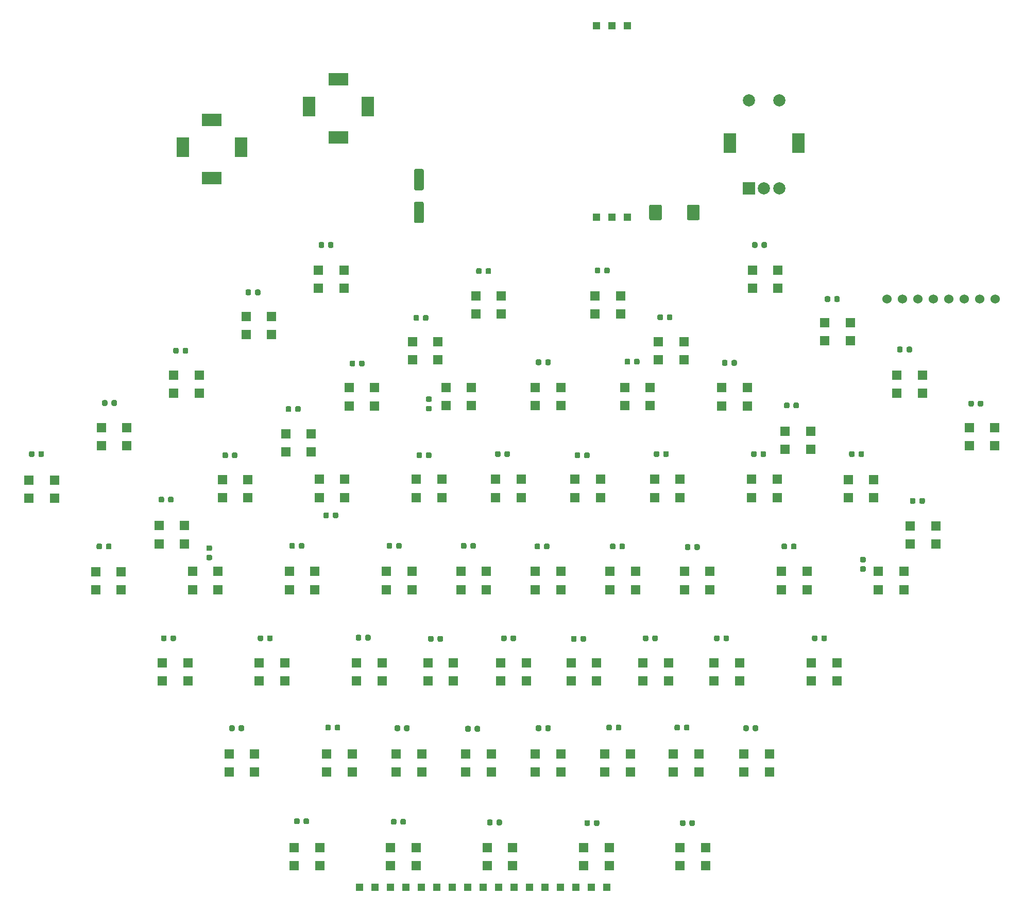
<source format=gbr>
%TF.GenerationSoftware,KiCad,Pcbnew,(5.1.7-0-10_14)*%
%TF.CreationDate,2021-04-06T14:55:12+02:00*%
%TF.ProjectId,MDMA,4d444d41-2e6b-4696-9361-645f70636258,rev?*%
%TF.SameCoordinates,Original*%
%TF.FileFunction,Soldermask,Top*%
%TF.FilePolarity,Negative*%
%FSLAX46Y46*%
G04 Gerber Fmt 4.6, Leading zero omitted, Abs format (unit mm)*
G04 Created by KiCad (PCBNEW (5.1.7-0-10_14)) date 2021-04-06 14:55:12*
%MOMM*%
%LPD*%
G01*
G04 APERTURE LIST*
%ADD10R,1.250000X1.250000*%
%ADD11R,2.000000X2.000000*%
%ADD12C,2.000000*%
%ADD13R,2.000000X3.200000*%
%ADD14R,3.200000X2.000000*%
%ADD15C,1.524000*%
%ADD16R,1.500000X1.500000*%
G04 APERTURE END LIST*
%TO.C,C64*%
G36*
G01*
X167975000Y-64925000D02*
X167975000Y-62875000D01*
G75*
G02*
X168225000Y-62625000I250000J0D01*
G01*
X169800000Y-62625000D01*
G75*
G02*
X170050000Y-62875000I0J-250000D01*
G01*
X170050000Y-64925000D01*
G75*
G02*
X169800000Y-65175000I-250000J0D01*
G01*
X168225000Y-65175000D01*
G75*
G02*
X167975000Y-64925000I0J250000D01*
G01*
G37*
G36*
G01*
X161750000Y-64925000D02*
X161750000Y-62875000D01*
G75*
G02*
X162000000Y-62625000I250000J0D01*
G01*
X163575000Y-62625000D01*
G75*
G02*
X163825000Y-62875000I0J-250000D01*
G01*
X163825000Y-64925000D01*
G75*
G02*
X163575000Y-65175000I-250000J0D01*
G01*
X162000000Y-65175000D01*
G75*
G02*
X161750000Y-64925000I0J250000D01*
G01*
G37*
%TD*%
%TO.C,C63*%
G36*
G01*
X124450000Y-60250000D02*
X123350000Y-60250000D01*
G75*
G02*
X123100000Y-60000000I0J250000D01*
G01*
X123100000Y-57000000D01*
G75*
G02*
X123350000Y-56750000I250000J0D01*
G01*
X124450000Y-56750000D01*
G75*
G02*
X124700000Y-57000000I0J-250000D01*
G01*
X124700000Y-60000000D01*
G75*
G02*
X124450000Y-60250000I-250000J0D01*
G01*
G37*
G36*
G01*
X124450000Y-65650000D02*
X123350000Y-65650000D01*
G75*
G02*
X123100000Y-65400000I0J250000D01*
G01*
X123100000Y-62400000D01*
G75*
G02*
X123350000Y-62150000I250000J0D01*
G01*
X124450000Y-62150000D01*
G75*
G02*
X124700000Y-62400000I0J-250000D01*
G01*
X124700000Y-65400000D01*
G75*
G02*
X124450000Y-65650000I-250000J0D01*
G01*
G37*
%TD*%
D10*
%TO.C,U1*%
X158140000Y-33150000D03*
X155600000Y-33150000D03*
X153060000Y-33150000D03*
X158140000Y-64650000D03*
X155600000Y-64650000D03*
X153060000Y-64650000D03*
%TD*%
%TO.C,P1*%
X154780000Y-174950000D03*
X152240000Y-174950000D03*
X149700000Y-174950000D03*
X147160000Y-174950000D03*
X144620000Y-174950000D03*
X142080000Y-174950000D03*
X139540000Y-174950000D03*
X137000000Y-174950000D03*
X134460000Y-174950000D03*
X131920000Y-174950000D03*
X129380000Y-174950000D03*
X126840000Y-174950000D03*
X124300000Y-174950000D03*
X121760000Y-174950000D03*
X119220000Y-174950000D03*
X116680000Y-174950000D03*
X114140000Y-174950000D03*
%TD*%
D11*
%TO.C,SW1*%
X178140000Y-59950000D03*
D12*
X180640000Y-59950000D03*
X183140000Y-59950000D03*
D13*
X175040000Y-52450000D03*
X186240000Y-52450000D03*
D12*
X178140000Y-45450000D03*
X183140000Y-45450000D03*
%TD*%
D13*
%TO.C,SW2*%
X94660000Y-53190000D03*
X85060000Y-53190000D03*
D14*
X89860000Y-58290000D03*
X89860000Y-48690000D03*
%TD*%
D13*
%TO.C,SW3*%
X115470000Y-46460000D03*
X105870000Y-46460000D03*
D14*
X110670000Y-51560000D03*
X110670000Y-41960000D03*
%TD*%
D15*
%TO.C,T1*%
X200800000Y-78110000D03*
X203340000Y-78110000D03*
X205880000Y-78110000D03*
X208420000Y-78110000D03*
X210960000Y-78110000D03*
X213500000Y-78110000D03*
X216040000Y-78110000D03*
X218580000Y-78110000D03*
%TD*%
%TO.C,C1*%
G36*
G01*
X168365000Y-164600000D02*
X168365000Y-164100000D01*
G75*
G02*
X168590000Y-163875000I225000J0D01*
G01*
X169040000Y-163875000D01*
G75*
G02*
X169265000Y-164100000I0J-225000D01*
G01*
X169265000Y-164600000D01*
G75*
G02*
X169040000Y-164825000I-225000J0D01*
G01*
X168590000Y-164825000D01*
G75*
G02*
X168365000Y-164600000I0J225000D01*
G01*
G37*
G36*
G01*
X166815000Y-164600000D02*
X166815000Y-164100000D01*
G75*
G02*
X167040000Y-163875000I225000J0D01*
G01*
X167490000Y-163875000D01*
G75*
G02*
X167715000Y-164100000I0J-225000D01*
G01*
X167715000Y-164600000D01*
G75*
G02*
X167490000Y-164825000I-225000J0D01*
G01*
X167040000Y-164825000D01*
G75*
G02*
X166815000Y-164600000I0J225000D01*
G01*
G37*
%TD*%
%TO.C,C2*%
G36*
G01*
X152665000Y-164600000D02*
X152665000Y-164100000D01*
G75*
G02*
X152890000Y-163875000I225000J0D01*
G01*
X153340000Y-163875000D01*
G75*
G02*
X153565000Y-164100000I0J-225000D01*
G01*
X153565000Y-164600000D01*
G75*
G02*
X153340000Y-164825000I-225000J0D01*
G01*
X152890000Y-164825000D01*
G75*
G02*
X152665000Y-164600000I0J225000D01*
G01*
G37*
G36*
G01*
X151115000Y-164600000D02*
X151115000Y-164100000D01*
G75*
G02*
X151340000Y-163875000I225000J0D01*
G01*
X151790000Y-163875000D01*
G75*
G02*
X152015000Y-164100000I0J-225000D01*
G01*
X152015000Y-164600000D01*
G75*
G02*
X151790000Y-164825000I-225000J0D01*
G01*
X151340000Y-164825000D01*
G75*
G02*
X151115000Y-164600000I0J225000D01*
G01*
G37*
%TD*%
%TO.C,C3*%
G36*
G01*
X162265000Y-134200000D02*
X162265000Y-133700000D01*
G75*
G02*
X162490000Y-133475000I225000J0D01*
G01*
X162940000Y-133475000D01*
G75*
G02*
X163165000Y-133700000I0J-225000D01*
G01*
X163165000Y-134200000D01*
G75*
G02*
X162940000Y-134425000I-225000J0D01*
G01*
X162490000Y-134425000D01*
G75*
G02*
X162265000Y-134200000I0J225000D01*
G01*
G37*
G36*
G01*
X160715000Y-134200000D02*
X160715000Y-133700000D01*
G75*
G02*
X160940000Y-133475000I225000J0D01*
G01*
X161390000Y-133475000D01*
G75*
G02*
X161615000Y-133700000I0J-225000D01*
G01*
X161615000Y-134200000D01*
G75*
G02*
X161390000Y-134425000I-225000J0D01*
G01*
X160940000Y-134425000D01*
G75*
G02*
X160715000Y-134200000I0J225000D01*
G01*
G37*
%TD*%
%TO.C,C4*%
G36*
G01*
X136665000Y-164500000D02*
X136665000Y-164000000D01*
G75*
G02*
X136890000Y-163775000I225000J0D01*
G01*
X137340000Y-163775000D01*
G75*
G02*
X137565000Y-164000000I0J-225000D01*
G01*
X137565000Y-164500000D01*
G75*
G02*
X137340000Y-164725000I-225000J0D01*
G01*
X136890000Y-164725000D01*
G75*
G02*
X136665000Y-164500000I0J225000D01*
G01*
G37*
G36*
G01*
X135115000Y-164500000D02*
X135115000Y-164000000D01*
G75*
G02*
X135340000Y-163775000I225000J0D01*
G01*
X135790000Y-163775000D01*
G75*
G02*
X136015000Y-164000000I0J-225000D01*
G01*
X136015000Y-164500000D01*
G75*
G02*
X135790000Y-164725000I-225000J0D01*
G01*
X135340000Y-164725000D01*
G75*
G02*
X135115000Y-164500000I0J225000D01*
G01*
G37*
%TD*%
%TO.C,C5*%
G36*
G01*
X173965000Y-134200000D02*
X173965000Y-133700000D01*
G75*
G02*
X174190000Y-133475000I225000J0D01*
G01*
X174640000Y-133475000D01*
G75*
G02*
X174865000Y-133700000I0J-225000D01*
G01*
X174865000Y-134200000D01*
G75*
G02*
X174640000Y-134425000I-225000J0D01*
G01*
X174190000Y-134425000D01*
G75*
G02*
X173965000Y-134200000I0J225000D01*
G01*
G37*
G36*
G01*
X172415000Y-134200000D02*
X172415000Y-133700000D01*
G75*
G02*
X172640000Y-133475000I225000J0D01*
G01*
X173090000Y-133475000D01*
G75*
G02*
X173315000Y-133700000I0J-225000D01*
G01*
X173315000Y-134200000D01*
G75*
G02*
X173090000Y-134425000I-225000J0D01*
G01*
X172640000Y-134425000D01*
G75*
G02*
X172415000Y-134200000I0J225000D01*
G01*
G37*
%TD*%
%TO.C,C6*%
G36*
G01*
X150465000Y-134300000D02*
X150465000Y-133800000D01*
G75*
G02*
X150690000Y-133575000I225000J0D01*
G01*
X151140000Y-133575000D01*
G75*
G02*
X151365000Y-133800000I0J-225000D01*
G01*
X151365000Y-134300000D01*
G75*
G02*
X151140000Y-134525000I-225000J0D01*
G01*
X150690000Y-134525000D01*
G75*
G02*
X150465000Y-134300000I0J225000D01*
G01*
G37*
G36*
G01*
X148915000Y-134300000D02*
X148915000Y-133800000D01*
G75*
G02*
X149140000Y-133575000I225000J0D01*
G01*
X149590000Y-133575000D01*
G75*
G02*
X149815000Y-133800000I0J-225000D01*
G01*
X149815000Y-134300000D01*
G75*
G02*
X149590000Y-134525000I-225000J0D01*
G01*
X149140000Y-134525000D01*
G75*
G02*
X148915000Y-134300000I0J225000D01*
G01*
G37*
%TD*%
%TO.C,C7*%
G36*
G01*
X120865000Y-164400000D02*
X120865000Y-163900000D01*
G75*
G02*
X121090000Y-163675000I225000J0D01*
G01*
X121540000Y-163675000D01*
G75*
G02*
X121765000Y-163900000I0J-225000D01*
G01*
X121765000Y-164400000D01*
G75*
G02*
X121540000Y-164625000I-225000J0D01*
G01*
X121090000Y-164625000D01*
G75*
G02*
X120865000Y-164400000I0J225000D01*
G01*
G37*
G36*
G01*
X119315000Y-164400000D02*
X119315000Y-163900000D01*
G75*
G02*
X119540000Y-163675000I225000J0D01*
G01*
X119990000Y-163675000D01*
G75*
G02*
X120215000Y-163900000I0J-225000D01*
G01*
X120215000Y-164400000D01*
G75*
G02*
X119990000Y-164625000I-225000J0D01*
G01*
X119540000Y-164625000D01*
G75*
G02*
X119315000Y-164400000I0J225000D01*
G01*
G37*
%TD*%
%TO.C,C8*%
G36*
G01*
X190065000Y-134200000D02*
X190065000Y-133700000D01*
G75*
G02*
X190290000Y-133475000I225000J0D01*
G01*
X190740000Y-133475000D01*
G75*
G02*
X190965000Y-133700000I0J-225000D01*
G01*
X190965000Y-134200000D01*
G75*
G02*
X190740000Y-134425000I-225000J0D01*
G01*
X190290000Y-134425000D01*
G75*
G02*
X190065000Y-134200000I0J225000D01*
G01*
G37*
G36*
G01*
X188515000Y-134200000D02*
X188515000Y-133700000D01*
G75*
G02*
X188740000Y-133475000I225000J0D01*
G01*
X189190000Y-133475000D01*
G75*
G02*
X189415000Y-133700000I0J-225000D01*
G01*
X189415000Y-134200000D01*
G75*
G02*
X189190000Y-134425000I-225000J0D01*
G01*
X188740000Y-134425000D01*
G75*
G02*
X188515000Y-134200000I0J225000D01*
G01*
G37*
%TD*%
%TO.C,C9*%
G36*
G01*
X138965000Y-134200000D02*
X138965000Y-133700000D01*
G75*
G02*
X139190000Y-133475000I225000J0D01*
G01*
X139640000Y-133475000D01*
G75*
G02*
X139865000Y-133700000I0J-225000D01*
G01*
X139865000Y-134200000D01*
G75*
G02*
X139640000Y-134425000I-225000J0D01*
G01*
X139190000Y-134425000D01*
G75*
G02*
X138965000Y-134200000I0J225000D01*
G01*
G37*
G36*
G01*
X137415000Y-134200000D02*
X137415000Y-133700000D01*
G75*
G02*
X137640000Y-133475000I225000J0D01*
G01*
X138090000Y-133475000D01*
G75*
G02*
X138315000Y-133700000I0J-225000D01*
G01*
X138315000Y-134200000D01*
G75*
G02*
X138090000Y-134425000I-225000J0D01*
G01*
X137640000Y-134425000D01*
G75*
G02*
X137415000Y-134200000I0J225000D01*
G01*
G37*
%TD*%
%TO.C,C10*%
G36*
G01*
X104940000Y-164300000D02*
X104940000Y-163800000D01*
G75*
G02*
X105165000Y-163575000I225000J0D01*
G01*
X105615000Y-163575000D01*
G75*
G02*
X105840000Y-163800000I0J-225000D01*
G01*
X105840000Y-164300000D01*
G75*
G02*
X105615000Y-164525000I-225000J0D01*
G01*
X105165000Y-164525000D01*
G75*
G02*
X104940000Y-164300000I0J225000D01*
G01*
G37*
G36*
G01*
X103390000Y-164300000D02*
X103390000Y-163800000D01*
G75*
G02*
X103615000Y-163575000I225000J0D01*
G01*
X104065000Y-163575000D01*
G75*
G02*
X104290000Y-163800000I0J-225000D01*
G01*
X104290000Y-164300000D01*
G75*
G02*
X104065000Y-164525000I-225000J0D01*
G01*
X103615000Y-164525000D01*
G75*
G02*
X103390000Y-164300000I0J225000D01*
G01*
G37*
%TD*%
%TO.C,C11*%
G36*
G01*
X115065000Y-134100000D02*
X115065000Y-133600000D01*
G75*
G02*
X115290000Y-133375000I225000J0D01*
G01*
X115740000Y-133375000D01*
G75*
G02*
X115965000Y-133600000I0J-225000D01*
G01*
X115965000Y-134100000D01*
G75*
G02*
X115740000Y-134325000I-225000J0D01*
G01*
X115290000Y-134325000D01*
G75*
G02*
X115065000Y-134100000I0J225000D01*
G01*
G37*
G36*
G01*
X113515000Y-134100000D02*
X113515000Y-133600000D01*
G75*
G02*
X113740000Y-133375000I225000J0D01*
G01*
X114190000Y-133375000D01*
G75*
G02*
X114415000Y-133600000I0J-225000D01*
G01*
X114415000Y-134100000D01*
G75*
G02*
X114190000Y-134325000I-225000J0D01*
G01*
X113740000Y-134325000D01*
G75*
G02*
X113515000Y-134100000I0J225000D01*
G01*
G37*
%TD*%
%TO.C,C12*%
G36*
G01*
X178765000Y-149000000D02*
X178765000Y-148500000D01*
G75*
G02*
X178990000Y-148275000I225000J0D01*
G01*
X179440000Y-148275000D01*
G75*
G02*
X179665000Y-148500000I0J-225000D01*
G01*
X179665000Y-149000000D01*
G75*
G02*
X179440000Y-149225000I-225000J0D01*
G01*
X178990000Y-149225000D01*
G75*
G02*
X178765000Y-149000000I0J225000D01*
G01*
G37*
G36*
G01*
X177215000Y-149000000D02*
X177215000Y-148500000D01*
G75*
G02*
X177440000Y-148275000I225000J0D01*
G01*
X177890000Y-148275000D01*
G75*
G02*
X178115000Y-148500000I0J-225000D01*
G01*
X178115000Y-149000000D01*
G75*
G02*
X177890000Y-149225000I-225000J0D01*
G01*
X177440000Y-149225000D01*
G75*
G02*
X177215000Y-149000000I0J225000D01*
G01*
G37*
%TD*%
%TO.C,C13*%
G36*
G01*
X126965000Y-134300000D02*
X126965000Y-133800000D01*
G75*
G02*
X127190000Y-133575000I225000J0D01*
G01*
X127640000Y-133575000D01*
G75*
G02*
X127865000Y-133800000I0J-225000D01*
G01*
X127865000Y-134300000D01*
G75*
G02*
X127640000Y-134525000I-225000J0D01*
G01*
X127190000Y-134525000D01*
G75*
G02*
X126965000Y-134300000I0J225000D01*
G01*
G37*
G36*
G01*
X125415000Y-134300000D02*
X125415000Y-133800000D01*
G75*
G02*
X125640000Y-133575000I225000J0D01*
G01*
X126090000Y-133575000D01*
G75*
G02*
X126315000Y-133800000I0J-225000D01*
G01*
X126315000Y-134300000D01*
G75*
G02*
X126090000Y-134525000I-225000J0D01*
G01*
X125640000Y-134525000D01*
G75*
G02*
X125415000Y-134300000I0J225000D01*
G01*
G37*
%TD*%
%TO.C,C14*%
G36*
G01*
X94265000Y-149000000D02*
X94265000Y-148500000D01*
G75*
G02*
X94490000Y-148275000I225000J0D01*
G01*
X94940000Y-148275000D01*
G75*
G02*
X95165000Y-148500000I0J-225000D01*
G01*
X95165000Y-149000000D01*
G75*
G02*
X94940000Y-149225000I-225000J0D01*
G01*
X94490000Y-149225000D01*
G75*
G02*
X94265000Y-149000000I0J225000D01*
G01*
G37*
G36*
G01*
X92715000Y-149000000D02*
X92715000Y-148500000D01*
G75*
G02*
X92940000Y-148275000I225000J0D01*
G01*
X93390000Y-148275000D01*
G75*
G02*
X93615000Y-148500000I0J-225000D01*
G01*
X93615000Y-149000000D01*
G75*
G02*
X93390000Y-149225000I-225000J0D01*
G01*
X92940000Y-149225000D01*
G75*
G02*
X92715000Y-149000000I0J225000D01*
G01*
G37*
%TD*%
%TO.C,C15*%
G36*
G01*
X185065000Y-119100000D02*
X185065000Y-118600000D01*
G75*
G02*
X185290000Y-118375000I225000J0D01*
G01*
X185740000Y-118375000D01*
G75*
G02*
X185965000Y-118600000I0J-225000D01*
G01*
X185965000Y-119100000D01*
G75*
G02*
X185740000Y-119325000I-225000J0D01*
G01*
X185290000Y-119325000D01*
G75*
G02*
X185065000Y-119100000I0J225000D01*
G01*
G37*
G36*
G01*
X183515000Y-119100000D02*
X183515000Y-118600000D01*
G75*
G02*
X183740000Y-118375000I225000J0D01*
G01*
X184190000Y-118375000D01*
G75*
G02*
X184415000Y-118600000I0J-225000D01*
G01*
X184415000Y-119100000D01*
G75*
G02*
X184190000Y-119325000I-225000J0D01*
G01*
X183740000Y-119325000D01*
G75*
G02*
X183515000Y-119100000I0J225000D01*
G01*
G37*
%TD*%
%TO.C,C16*%
G36*
G01*
X167465000Y-148900000D02*
X167465000Y-148400000D01*
G75*
G02*
X167690000Y-148175000I225000J0D01*
G01*
X168140000Y-148175000D01*
G75*
G02*
X168365000Y-148400000I0J-225000D01*
G01*
X168365000Y-148900000D01*
G75*
G02*
X168140000Y-149125000I-225000J0D01*
G01*
X167690000Y-149125000D01*
G75*
G02*
X167465000Y-148900000I0J225000D01*
G01*
G37*
G36*
G01*
X165915000Y-148900000D02*
X165915000Y-148400000D01*
G75*
G02*
X166140000Y-148175000I225000J0D01*
G01*
X166590000Y-148175000D01*
G75*
G02*
X166815000Y-148400000I0J-225000D01*
G01*
X166815000Y-148900000D01*
G75*
G02*
X166590000Y-149125000I-225000J0D01*
G01*
X166140000Y-149125000D01*
G75*
G02*
X165915000Y-148900000I0J225000D01*
G01*
G37*
%TD*%
%TO.C,C17*%
G36*
G01*
X72465000Y-119100000D02*
X72465000Y-118600000D01*
G75*
G02*
X72690000Y-118375000I225000J0D01*
G01*
X73140000Y-118375000D01*
G75*
G02*
X73365000Y-118600000I0J-225000D01*
G01*
X73365000Y-119100000D01*
G75*
G02*
X73140000Y-119325000I-225000J0D01*
G01*
X72690000Y-119325000D01*
G75*
G02*
X72465000Y-119100000I0J225000D01*
G01*
G37*
G36*
G01*
X70915000Y-119100000D02*
X70915000Y-118600000D01*
G75*
G02*
X71140000Y-118375000I225000J0D01*
G01*
X71590000Y-118375000D01*
G75*
G02*
X71815000Y-118600000I0J-225000D01*
G01*
X71815000Y-119100000D01*
G75*
G02*
X71590000Y-119325000I-225000J0D01*
G01*
X71140000Y-119325000D01*
G75*
G02*
X70915000Y-119100000I0J225000D01*
G01*
G37*
%TD*%
%TO.C,C18*%
G36*
G01*
X110065000Y-148900000D02*
X110065000Y-148400000D01*
G75*
G02*
X110290000Y-148175000I225000J0D01*
G01*
X110740000Y-148175000D01*
G75*
G02*
X110965000Y-148400000I0J-225000D01*
G01*
X110965000Y-148900000D01*
G75*
G02*
X110740000Y-149125000I-225000J0D01*
G01*
X110290000Y-149125000D01*
G75*
G02*
X110065000Y-148900000I0J225000D01*
G01*
G37*
G36*
G01*
X108515000Y-148900000D02*
X108515000Y-148400000D01*
G75*
G02*
X108740000Y-148175000I225000J0D01*
G01*
X109190000Y-148175000D01*
G75*
G02*
X109415000Y-148400000I0J-225000D01*
G01*
X109415000Y-148900000D01*
G75*
G02*
X109190000Y-149125000I-225000J0D01*
G01*
X108740000Y-149125000D01*
G75*
G02*
X108515000Y-148900000I0J225000D01*
G01*
G37*
%TD*%
%TO.C,C19*%
G36*
G01*
X98965000Y-134200000D02*
X98965000Y-133700000D01*
G75*
G02*
X99190000Y-133475000I225000J0D01*
G01*
X99640000Y-133475000D01*
G75*
G02*
X99865000Y-133700000I0J-225000D01*
G01*
X99865000Y-134200000D01*
G75*
G02*
X99640000Y-134425000I-225000J0D01*
G01*
X99190000Y-134425000D01*
G75*
G02*
X98965000Y-134200000I0J225000D01*
G01*
G37*
G36*
G01*
X97415000Y-134200000D02*
X97415000Y-133700000D01*
G75*
G02*
X97640000Y-133475000I225000J0D01*
G01*
X98090000Y-133475000D01*
G75*
G02*
X98315000Y-133700000I0J-225000D01*
G01*
X98315000Y-134200000D01*
G75*
G02*
X98090000Y-134425000I-225000J0D01*
G01*
X97640000Y-134425000D01*
G75*
G02*
X97415000Y-134200000I0J225000D01*
G01*
G37*
%TD*%
%TO.C,C20*%
G36*
G01*
X156865000Y-119100000D02*
X156865000Y-118600000D01*
G75*
G02*
X157090000Y-118375000I225000J0D01*
G01*
X157540000Y-118375000D01*
G75*
G02*
X157765000Y-118600000I0J-225000D01*
G01*
X157765000Y-119100000D01*
G75*
G02*
X157540000Y-119325000I-225000J0D01*
G01*
X157090000Y-119325000D01*
G75*
G02*
X156865000Y-119100000I0J225000D01*
G01*
G37*
G36*
G01*
X155315000Y-119100000D02*
X155315000Y-118600000D01*
G75*
G02*
X155540000Y-118375000I225000J0D01*
G01*
X155990000Y-118375000D01*
G75*
G02*
X156215000Y-118600000I0J-225000D01*
G01*
X156215000Y-119100000D01*
G75*
G02*
X155990000Y-119325000I-225000J0D01*
G01*
X155540000Y-119325000D01*
G75*
G02*
X155315000Y-119100000I0J225000D01*
G01*
G37*
%TD*%
%TO.C,C21*%
G36*
G01*
X156265000Y-148900000D02*
X156265000Y-148400000D01*
G75*
G02*
X156490000Y-148175000I225000J0D01*
G01*
X156940000Y-148175000D01*
G75*
G02*
X157165000Y-148400000I0J-225000D01*
G01*
X157165000Y-148900000D01*
G75*
G02*
X156940000Y-149125000I-225000J0D01*
G01*
X156490000Y-149125000D01*
G75*
G02*
X156265000Y-148900000I0J225000D01*
G01*
G37*
G36*
G01*
X154715000Y-148900000D02*
X154715000Y-148400000D01*
G75*
G02*
X154940000Y-148175000I225000J0D01*
G01*
X155390000Y-148175000D01*
G75*
G02*
X155615000Y-148400000I0J-225000D01*
G01*
X155615000Y-148900000D01*
G75*
G02*
X155390000Y-149125000I-225000J0D01*
G01*
X154940000Y-149125000D01*
G75*
G02*
X154715000Y-148900000I0J225000D01*
G01*
G37*
%TD*%
%TO.C,C22*%
G36*
G01*
X93165000Y-104100000D02*
X93165000Y-103600000D01*
G75*
G02*
X93390000Y-103375000I225000J0D01*
G01*
X93840000Y-103375000D01*
G75*
G02*
X94065000Y-103600000I0J-225000D01*
G01*
X94065000Y-104100000D01*
G75*
G02*
X93840000Y-104325000I-225000J0D01*
G01*
X93390000Y-104325000D01*
G75*
G02*
X93165000Y-104100000I0J225000D01*
G01*
G37*
G36*
G01*
X91615000Y-104100000D02*
X91615000Y-103600000D01*
G75*
G02*
X91840000Y-103375000I225000J0D01*
G01*
X92290000Y-103375000D01*
G75*
G02*
X92515000Y-103600000I0J-225000D01*
G01*
X92515000Y-104100000D01*
G75*
G02*
X92290000Y-104325000I-225000J0D01*
G01*
X91840000Y-104325000D01*
G75*
G02*
X91615000Y-104100000I0J225000D01*
G01*
G37*
%TD*%
%TO.C,C23*%
G36*
G01*
X83065000Y-134200000D02*
X83065000Y-133700000D01*
G75*
G02*
X83290000Y-133475000I225000J0D01*
G01*
X83740000Y-133475000D01*
G75*
G02*
X83965000Y-133700000I0J-225000D01*
G01*
X83965000Y-134200000D01*
G75*
G02*
X83740000Y-134425000I-225000J0D01*
G01*
X83290000Y-134425000D01*
G75*
G02*
X83065000Y-134200000I0J225000D01*
G01*
G37*
G36*
G01*
X81515000Y-134200000D02*
X81515000Y-133700000D01*
G75*
G02*
X81740000Y-133475000I225000J0D01*
G01*
X82190000Y-133475000D01*
G75*
G02*
X82415000Y-133700000I0J-225000D01*
G01*
X82415000Y-134200000D01*
G75*
G02*
X82190000Y-134425000I-225000J0D01*
G01*
X81740000Y-134425000D01*
G75*
G02*
X81515000Y-134200000I0J225000D01*
G01*
G37*
%TD*%
%TO.C,C24*%
G36*
G01*
X121465000Y-149000000D02*
X121465000Y-148500000D01*
G75*
G02*
X121690000Y-148275000I225000J0D01*
G01*
X122140000Y-148275000D01*
G75*
G02*
X122365000Y-148500000I0J-225000D01*
G01*
X122365000Y-149000000D01*
G75*
G02*
X122140000Y-149225000I-225000J0D01*
G01*
X121690000Y-149225000D01*
G75*
G02*
X121465000Y-149000000I0J225000D01*
G01*
G37*
G36*
G01*
X119915000Y-149000000D02*
X119915000Y-148500000D01*
G75*
G02*
X120140000Y-148275000I225000J0D01*
G01*
X120590000Y-148275000D01*
G75*
G02*
X120815000Y-148500000I0J-225000D01*
G01*
X120815000Y-149000000D01*
G75*
G02*
X120590000Y-149225000I-225000J0D01*
G01*
X120140000Y-149225000D01*
G75*
G02*
X119915000Y-149000000I0J225000D01*
G01*
G37*
%TD*%
%TO.C,C25*%
G36*
G01*
X180065000Y-103900000D02*
X180065000Y-103400000D01*
G75*
G02*
X180290000Y-103175000I225000J0D01*
G01*
X180740000Y-103175000D01*
G75*
G02*
X180965000Y-103400000I0J-225000D01*
G01*
X180965000Y-103900000D01*
G75*
G02*
X180740000Y-104125000I-225000J0D01*
G01*
X180290000Y-104125000D01*
G75*
G02*
X180065000Y-103900000I0J225000D01*
G01*
G37*
G36*
G01*
X178515000Y-103900000D02*
X178515000Y-103400000D01*
G75*
G02*
X178740000Y-103175000I225000J0D01*
G01*
X179190000Y-103175000D01*
G75*
G02*
X179415000Y-103400000I0J-225000D01*
G01*
X179415000Y-103900000D01*
G75*
G02*
X179190000Y-104125000I-225000J0D01*
G01*
X178740000Y-104125000D01*
G75*
G02*
X178515000Y-103900000I0J225000D01*
G01*
G37*
%TD*%
%TO.C,C26*%
G36*
G01*
X144665000Y-149000000D02*
X144665000Y-148500000D01*
G75*
G02*
X144890000Y-148275000I225000J0D01*
G01*
X145340000Y-148275000D01*
G75*
G02*
X145565000Y-148500000I0J-225000D01*
G01*
X145565000Y-149000000D01*
G75*
G02*
X145340000Y-149225000I-225000J0D01*
G01*
X144890000Y-149225000D01*
G75*
G02*
X144665000Y-149000000I0J225000D01*
G01*
G37*
G36*
G01*
X143115000Y-149000000D02*
X143115000Y-148500000D01*
G75*
G02*
X143340000Y-148275000I225000J0D01*
G01*
X143790000Y-148275000D01*
G75*
G02*
X144015000Y-148500000I0J-225000D01*
G01*
X144015000Y-149000000D01*
G75*
G02*
X143790000Y-149225000I-225000J0D01*
G01*
X143340000Y-149225000D01*
G75*
G02*
X143115000Y-149000000I0J225000D01*
G01*
G37*
%TD*%
%TO.C,C27*%
G36*
G01*
X144465000Y-119100000D02*
X144465000Y-118600000D01*
G75*
G02*
X144690000Y-118375000I225000J0D01*
G01*
X145140000Y-118375000D01*
G75*
G02*
X145365000Y-118600000I0J-225000D01*
G01*
X145365000Y-119100000D01*
G75*
G02*
X145140000Y-119325000I-225000J0D01*
G01*
X144690000Y-119325000D01*
G75*
G02*
X144465000Y-119100000I0J225000D01*
G01*
G37*
G36*
G01*
X142915000Y-119100000D02*
X142915000Y-118600000D01*
G75*
G02*
X143140000Y-118375000I225000J0D01*
G01*
X143590000Y-118375000D01*
G75*
G02*
X143815000Y-118600000I0J-225000D01*
G01*
X143815000Y-119100000D01*
G75*
G02*
X143590000Y-119325000I-225000J0D01*
G01*
X143140000Y-119325000D01*
G75*
G02*
X142915000Y-119100000I0J225000D01*
G01*
G37*
%TD*%
%TO.C,C28*%
G36*
G01*
X206165000Y-111600000D02*
X206165000Y-111100000D01*
G75*
G02*
X206390000Y-110875000I225000J0D01*
G01*
X206840000Y-110875000D01*
G75*
G02*
X207065000Y-111100000I0J-225000D01*
G01*
X207065000Y-111600000D01*
G75*
G02*
X206840000Y-111825000I-225000J0D01*
G01*
X206390000Y-111825000D01*
G75*
G02*
X206165000Y-111600000I0J225000D01*
G01*
G37*
G36*
G01*
X204615000Y-111600000D02*
X204615000Y-111100000D01*
G75*
G02*
X204840000Y-110875000I225000J0D01*
G01*
X205290000Y-110875000D01*
G75*
G02*
X205515000Y-111100000I0J-225000D01*
G01*
X205515000Y-111600000D01*
G75*
G02*
X205290000Y-111825000I-225000J0D01*
G01*
X204840000Y-111825000D01*
G75*
G02*
X204615000Y-111600000I0J225000D01*
G01*
G37*
%TD*%
%TO.C,C29*%
G36*
G01*
X197140000Y-121465000D02*
X196640000Y-121465000D01*
G75*
G02*
X196415000Y-121240000I0J225000D01*
G01*
X196415000Y-120790000D01*
G75*
G02*
X196640000Y-120565000I225000J0D01*
G01*
X197140000Y-120565000D01*
G75*
G02*
X197365000Y-120790000I0J-225000D01*
G01*
X197365000Y-121240000D01*
G75*
G02*
X197140000Y-121465000I-225000J0D01*
G01*
G37*
G36*
G01*
X197140000Y-123015000D02*
X196640000Y-123015000D01*
G75*
G02*
X196415000Y-122790000I0J225000D01*
G01*
X196415000Y-122340000D01*
G75*
G02*
X196640000Y-122115000I225000J0D01*
G01*
X197140000Y-122115000D01*
G75*
G02*
X197365000Y-122340000I0J-225000D01*
G01*
X197365000Y-122790000D01*
G75*
G02*
X197140000Y-123015000I-225000J0D01*
G01*
G37*
%TD*%
%TO.C,C30*%
G36*
G01*
X196165000Y-103900000D02*
X196165000Y-103400000D01*
G75*
G02*
X196390000Y-103175000I225000J0D01*
G01*
X196840000Y-103175000D01*
G75*
G02*
X197065000Y-103400000I0J-225000D01*
G01*
X197065000Y-103900000D01*
G75*
G02*
X196840000Y-104125000I-225000J0D01*
G01*
X196390000Y-104125000D01*
G75*
G02*
X196165000Y-103900000I0J225000D01*
G01*
G37*
G36*
G01*
X194615000Y-103900000D02*
X194615000Y-103400000D01*
G75*
G02*
X194840000Y-103175000I225000J0D01*
G01*
X195290000Y-103175000D01*
G75*
G02*
X195515000Y-103400000I0J-225000D01*
G01*
X195515000Y-103900000D01*
G75*
G02*
X195290000Y-104125000I-225000J0D01*
G01*
X194840000Y-104125000D01*
G75*
G02*
X194615000Y-103900000I0J225000D01*
G01*
G37*
%TD*%
%TO.C,C31*%
G36*
G01*
X132365000Y-119000000D02*
X132365000Y-118500000D01*
G75*
G02*
X132590000Y-118275000I225000J0D01*
G01*
X133040000Y-118275000D01*
G75*
G02*
X133265000Y-118500000I0J-225000D01*
G01*
X133265000Y-119000000D01*
G75*
G02*
X133040000Y-119225000I-225000J0D01*
G01*
X132590000Y-119225000D01*
G75*
G02*
X132365000Y-119000000I0J225000D01*
G01*
G37*
G36*
G01*
X130815000Y-119000000D02*
X130815000Y-118500000D01*
G75*
G02*
X131040000Y-118275000I225000J0D01*
G01*
X131490000Y-118275000D01*
G75*
G02*
X131715000Y-118500000I0J-225000D01*
G01*
X131715000Y-119000000D01*
G75*
G02*
X131490000Y-119225000I-225000J0D01*
G01*
X131040000Y-119225000D01*
G75*
G02*
X130815000Y-119000000I0J225000D01*
G01*
G37*
%TD*%
%TO.C,C32*%
G36*
G01*
X133065000Y-149100000D02*
X133065000Y-148600000D01*
G75*
G02*
X133290000Y-148375000I225000J0D01*
G01*
X133740000Y-148375000D01*
G75*
G02*
X133965000Y-148600000I0J-225000D01*
G01*
X133965000Y-149100000D01*
G75*
G02*
X133740000Y-149325000I-225000J0D01*
G01*
X133290000Y-149325000D01*
G75*
G02*
X133065000Y-149100000I0J225000D01*
G01*
G37*
G36*
G01*
X131515000Y-149100000D02*
X131515000Y-148600000D01*
G75*
G02*
X131740000Y-148375000I225000J0D01*
G01*
X132190000Y-148375000D01*
G75*
G02*
X132415000Y-148600000I0J-225000D01*
G01*
X132415000Y-149100000D01*
G75*
G02*
X132190000Y-149325000I-225000J0D01*
G01*
X131740000Y-149325000D01*
G75*
G02*
X131515000Y-149100000I0J225000D01*
G01*
G37*
%TD*%
%TO.C,C33*%
G36*
G01*
X175265000Y-88900000D02*
X175265000Y-88400000D01*
G75*
G02*
X175490000Y-88175000I225000J0D01*
G01*
X175940000Y-88175000D01*
G75*
G02*
X176165000Y-88400000I0J-225000D01*
G01*
X176165000Y-88900000D01*
G75*
G02*
X175940000Y-89125000I-225000J0D01*
G01*
X175490000Y-89125000D01*
G75*
G02*
X175265000Y-88900000I0J225000D01*
G01*
G37*
G36*
G01*
X173715000Y-88900000D02*
X173715000Y-88400000D01*
G75*
G02*
X173940000Y-88175000I225000J0D01*
G01*
X174390000Y-88175000D01*
G75*
G02*
X174615000Y-88400000I0J-225000D01*
G01*
X174615000Y-88900000D01*
G75*
G02*
X174390000Y-89125000I-225000J0D01*
G01*
X173940000Y-89125000D01*
G75*
G02*
X173715000Y-88900000I0J225000D01*
G01*
G37*
%TD*%
%TO.C,C34*%
G36*
G01*
X169165000Y-119200000D02*
X169165000Y-118700000D01*
G75*
G02*
X169390000Y-118475000I225000J0D01*
G01*
X169840000Y-118475000D01*
G75*
G02*
X170065000Y-118700000I0J-225000D01*
G01*
X170065000Y-119200000D01*
G75*
G02*
X169840000Y-119425000I-225000J0D01*
G01*
X169390000Y-119425000D01*
G75*
G02*
X169165000Y-119200000I0J225000D01*
G01*
G37*
G36*
G01*
X167615000Y-119200000D02*
X167615000Y-118700000D01*
G75*
G02*
X167840000Y-118475000I225000J0D01*
G01*
X168290000Y-118475000D01*
G75*
G02*
X168515000Y-118700000I0J-225000D01*
G01*
X168515000Y-119200000D01*
G75*
G02*
X168290000Y-119425000I-225000J0D01*
G01*
X167840000Y-119425000D01*
G75*
G02*
X167615000Y-119200000I0J225000D01*
G01*
G37*
%TD*%
%TO.C,C35*%
G36*
G01*
X215765000Y-95600000D02*
X215765000Y-95100000D01*
G75*
G02*
X215990000Y-94875000I225000J0D01*
G01*
X216440000Y-94875000D01*
G75*
G02*
X216665000Y-95100000I0J-225000D01*
G01*
X216665000Y-95600000D01*
G75*
G02*
X216440000Y-95825000I-225000J0D01*
G01*
X215990000Y-95825000D01*
G75*
G02*
X215765000Y-95600000I0J225000D01*
G01*
G37*
G36*
G01*
X214215000Y-95600000D02*
X214215000Y-95100000D01*
G75*
G02*
X214440000Y-94875000I225000J0D01*
G01*
X214890000Y-94875000D01*
G75*
G02*
X215115000Y-95100000I0J-225000D01*
G01*
X215115000Y-95600000D01*
G75*
G02*
X214890000Y-95825000I-225000J0D01*
G01*
X214440000Y-95825000D01*
G75*
G02*
X214215000Y-95600000I0J225000D01*
G01*
G37*
%TD*%
%TO.C,C36*%
G36*
G01*
X164065000Y-103900000D02*
X164065000Y-103400000D01*
G75*
G02*
X164290000Y-103175000I225000J0D01*
G01*
X164740000Y-103175000D01*
G75*
G02*
X164965000Y-103400000I0J-225000D01*
G01*
X164965000Y-103900000D01*
G75*
G02*
X164740000Y-104125000I-225000J0D01*
G01*
X164290000Y-104125000D01*
G75*
G02*
X164065000Y-103900000I0J225000D01*
G01*
G37*
G36*
G01*
X162515000Y-103900000D02*
X162515000Y-103400000D01*
G75*
G02*
X162740000Y-103175000I225000J0D01*
G01*
X163190000Y-103175000D01*
G75*
G02*
X163415000Y-103400000I0J-225000D01*
G01*
X163415000Y-103900000D01*
G75*
G02*
X163190000Y-104125000I-225000J0D01*
G01*
X162740000Y-104125000D01*
G75*
G02*
X162515000Y-103900000I0J225000D01*
G01*
G37*
%TD*%
%TO.C,C37*%
G36*
G01*
X104165000Y-119000000D02*
X104165000Y-118500000D01*
G75*
G02*
X104390000Y-118275000I225000J0D01*
G01*
X104840000Y-118275000D01*
G75*
G02*
X105065000Y-118500000I0J-225000D01*
G01*
X105065000Y-119000000D01*
G75*
G02*
X104840000Y-119225000I-225000J0D01*
G01*
X104390000Y-119225000D01*
G75*
G02*
X104165000Y-119000000I0J225000D01*
G01*
G37*
G36*
G01*
X102615000Y-119000000D02*
X102615000Y-118500000D01*
G75*
G02*
X102840000Y-118275000I225000J0D01*
G01*
X103290000Y-118275000D01*
G75*
G02*
X103515000Y-118500000I0J-225000D01*
G01*
X103515000Y-119000000D01*
G75*
G02*
X103290000Y-119225000I-225000J0D01*
G01*
X102840000Y-119225000D01*
G75*
G02*
X102615000Y-119000000I0J225000D01*
G01*
G37*
%TD*%
%TO.C,C38*%
G36*
G01*
X180215000Y-69500000D02*
X180215000Y-69000000D01*
G75*
G02*
X180440000Y-68775000I225000J0D01*
G01*
X180890000Y-68775000D01*
G75*
G02*
X181115000Y-69000000I0J-225000D01*
G01*
X181115000Y-69500000D01*
G75*
G02*
X180890000Y-69725000I-225000J0D01*
G01*
X180440000Y-69725000D01*
G75*
G02*
X180215000Y-69500000I0J225000D01*
G01*
G37*
G36*
G01*
X178665000Y-69500000D02*
X178665000Y-69000000D01*
G75*
G02*
X178890000Y-68775000I225000J0D01*
G01*
X179340000Y-68775000D01*
G75*
G02*
X179565000Y-69000000I0J-225000D01*
G01*
X179565000Y-69500000D01*
G75*
G02*
X179340000Y-69725000I-225000J0D01*
G01*
X178890000Y-69725000D01*
G75*
G02*
X178665000Y-69500000I0J225000D01*
G01*
G37*
%TD*%
%TO.C,C39*%
G36*
G01*
X185465000Y-95900000D02*
X185465000Y-95400000D01*
G75*
G02*
X185690000Y-95175000I225000J0D01*
G01*
X186140000Y-95175000D01*
G75*
G02*
X186365000Y-95400000I0J-225000D01*
G01*
X186365000Y-95900000D01*
G75*
G02*
X186140000Y-96125000I-225000J0D01*
G01*
X185690000Y-96125000D01*
G75*
G02*
X185465000Y-95900000I0J225000D01*
G01*
G37*
G36*
G01*
X183915000Y-95900000D02*
X183915000Y-95400000D01*
G75*
G02*
X184140000Y-95175000I225000J0D01*
G01*
X184590000Y-95175000D01*
G75*
G02*
X184815000Y-95400000I0J-225000D01*
G01*
X184815000Y-95900000D01*
G75*
G02*
X184590000Y-96125000I-225000J0D01*
G01*
X184140000Y-96125000D01*
G75*
G02*
X183915000Y-95900000I0J225000D01*
G01*
G37*
%TD*%
%TO.C,C40*%
G36*
G01*
X89180000Y-120225000D02*
X89680000Y-120225000D01*
G75*
G02*
X89905000Y-120450000I0J-225000D01*
G01*
X89905000Y-120900000D01*
G75*
G02*
X89680000Y-121125000I-225000J0D01*
G01*
X89180000Y-121125000D01*
G75*
G02*
X88955000Y-120900000I0J225000D01*
G01*
X88955000Y-120450000D01*
G75*
G02*
X89180000Y-120225000I225000J0D01*
G01*
G37*
G36*
G01*
X89180000Y-118675000D02*
X89680000Y-118675000D01*
G75*
G02*
X89905000Y-118900000I0J-225000D01*
G01*
X89905000Y-119350000D01*
G75*
G02*
X89680000Y-119575000I-225000J0D01*
G01*
X89180000Y-119575000D01*
G75*
G02*
X88955000Y-119350000I0J225000D01*
G01*
X88955000Y-118900000D01*
G75*
G02*
X89180000Y-118675000I225000J0D01*
G01*
G37*
%TD*%
%TO.C,C41*%
G36*
G01*
X124565000Y-81500000D02*
X124565000Y-81000000D01*
G75*
G02*
X124790000Y-80775000I225000J0D01*
G01*
X125240000Y-80775000D01*
G75*
G02*
X125465000Y-81000000I0J-225000D01*
G01*
X125465000Y-81500000D01*
G75*
G02*
X125240000Y-81725000I-225000J0D01*
G01*
X124790000Y-81725000D01*
G75*
G02*
X124565000Y-81500000I0J225000D01*
G01*
G37*
G36*
G01*
X123015000Y-81500000D02*
X123015000Y-81000000D01*
G75*
G02*
X123240000Y-80775000I225000J0D01*
G01*
X123690000Y-80775000D01*
G75*
G02*
X123915000Y-81000000I0J-225000D01*
G01*
X123915000Y-81500000D01*
G75*
G02*
X123690000Y-81725000I-225000J0D01*
G01*
X123240000Y-81725000D01*
G75*
G02*
X123015000Y-81500000I0J225000D01*
G01*
G37*
%TD*%
%TO.C,C42*%
G36*
G01*
X120165000Y-119000000D02*
X120165000Y-118500000D01*
G75*
G02*
X120390000Y-118275000I225000J0D01*
G01*
X120840000Y-118275000D01*
G75*
G02*
X121065000Y-118500000I0J-225000D01*
G01*
X121065000Y-119000000D01*
G75*
G02*
X120840000Y-119225000I-225000J0D01*
G01*
X120390000Y-119225000D01*
G75*
G02*
X120165000Y-119000000I0J225000D01*
G01*
G37*
G36*
G01*
X118615000Y-119000000D02*
X118615000Y-118500000D01*
G75*
G02*
X118840000Y-118275000I225000J0D01*
G01*
X119290000Y-118275000D01*
G75*
G02*
X119515000Y-118500000I0J-225000D01*
G01*
X119515000Y-119000000D01*
G75*
G02*
X119290000Y-119225000I-225000J0D01*
G01*
X118840000Y-119225000D01*
G75*
G02*
X118615000Y-119000000I0J225000D01*
G01*
G37*
%TD*%
%TO.C,C43*%
G36*
G01*
X159265000Y-88700000D02*
X159265000Y-88200000D01*
G75*
G02*
X159490000Y-87975000I225000J0D01*
G01*
X159940000Y-87975000D01*
G75*
G02*
X160165000Y-88200000I0J-225000D01*
G01*
X160165000Y-88700000D01*
G75*
G02*
X159940000Y-88925000I-225000J0D01*
G01*
X159490000Y-88925000D01*
G75*
G02*
X159265000Y-88700000I0J225000D01*
G01*
G37*
G36*
G01*
X157715000Y-88700000D02*
X157715000Y-88200000D01*
G75*
G02*
X157940000Y-87975000I225000J0D01*
G01*
X158390000Y-87975000D01*
G75*
G02*
X158615000Y-88200000I0J-225000D01*
G01*
X158615000Y-88700000D01*
G75*
G02*
X158390000Y-88925000I-225000J0D01*
G01*
X157940000Y-88925000D01*
G75*
G02*
X157715000Y-88700000I0J225000D01*
G01*
G37*
%TD*%
%TO.C,C44*%
G36*
G01*
X192165000Y-78400000D02*
X192165000Y-77900000D01*
G75*
G02*
X192390000Y-77675000I225000J0D01*
G01*
X192840000Y-77675000D01*
G75*
G02*
X193065000Y-77900000I0J-225000D01*
G01*
X193065000Y-78400000D01*
G75*
G02*
X192840000Y-78625000I-225000J0D01*
G01*
X192390000Y-78625000D01*
G75*
G02*
X192165000Y-78400000I0J225000D01*
G01*
G37*
G36*
G01*
X190615000Y-78400000D02*
X190615000Y-77900000D01*
G75*
G02*
X190840000Y-77675000I225000J0D01*
G01*
X191290000Y-77675000D01*
G75*
G02*
X191515000Y-77900000I0J-225000D01*
G01*
X191515000Y-78400000D01*
G75*
G02*
X191290000Y-78625000I-225000J0D01*
G01*
X190840000Y-78625000D01*
G75*
G02*
X190615000Y-78400000I0J225000D01*
G01*
G37*
%TD*%
%TO.C,C45*%
G36*
G01*
X151065000Y-104100000D02*
X151065000Y-103600000D01*
G75*
G02*
X151290000Y-103375000I225000J0D01*
G01*
X151740000Y-103375000D01*
G75*
G02*
X151965000Y-103600000I0J-225000D01*
G01*
X151965000Y-104100000D01*
G75*
G02*
X151740000Y-104325000I-225000J0D01*
G01*
X151290000Y-104325000D01*
G75*
G02*
X151065000Y-104100000I0J225000D01*
G01*
G37*
G36*
G01*
X149515000Y-104100000D02*
X149515000Y-103600000D01*
G75*
G02*
X149740000Y-103375000I225000J0D01*
G01*
X150190000Y-103375000D01*
G75*
G02*
X150415000Y-103600000I0J-225000D01*
G01*
X150415000Y-104100000D01*
G75*
G02*
X150190000Y-104325000I-225000J0D01*
G01*
X149740000Y-104325000D01*
G75*
G02*
X149515000Y-104100000I0J225000D01*
G01*
G37*
%TD*%
%TO.C,C46*%
G36*
G01*
X134865000Y-73800000D02*
X134865000Y-73300000D01*
G75*
G02*
X135090000Y-73075000I225000J0D01*
G01*
X135540000Y-73075000D01*
G75*
G02*
X135765000Y-73300000I0J-225000D01*
G01*
X135765000Y-73800000D01*
G75*
G02*
X135540000Y-74025000I-225000J0D01*
G01*
X135090000Y-74025000D01*
G75*
G02*
X134865000Y-73800000I0J225000D01*
G01*
G37*
G36*
G01*
X133315000Y-73800000D02*
X133315000Y-73300000D01*
G75*
G02*
X133540000Y-73075000I225000J0D01*
G01*
X133990000Y-73075000D01*
G75*
G02*
X134215000Y-73300000I0J-225000D01*
G01*
X134215000Y-73800000D01*
G75*
G02*
X133990000Y-74025000I-225000J0D01*
G01*
X133540000Y-74025000D01*
G75*
G02*
X133315000Y-73800000I0J225000D01*
G01*
G37*
%TD*%
%TO.C,C47*%
G36*
G01*
X164665000Y-81400000D02*
X164665000Y-80900000D01*
G75*
G02*
X164890000Y-80675000I225000J0D01*
G01*
X165340000Y-80675000D01*
G75*
G02*
X165565000Y-80900000I0J-225000D01*
G01*
X165565000Y-81400000D01*
G75*
G02*
X165340000Y-81625000I-225000J0D01*
G01*
X164890000Y-81625000D01*
G75*
G02*
X164665000Y-81400000I0J225000D01*
G01*
G37*
G36*
G01*
X163115000Y-81400000D02*
X163115000Y-80900000D01*
G75*
G02*
X163340000Y-80675000I225000J0D01*
G01*
X163790000Y-80675000D01*
G75*
G02*
X164015000Y-80900000I0J-225000D01*
G01*
X164015000Y-81400000D01*
G75*
G02*
X163790000Y-81625000I-225000J0D01*
G01*
X163340000Y-81625000D01*
G75*
G02*
X163115000Y-81400000I0J225000D01*
G01*
G37*
%TD*%
%TO.C,C48*%
G36*
G01*
X82665000Y-111400000D02*
X82665000Y-110900000D01*
G75*
G02*
X82890000Y-110675000I225000J0D01*
G01*
X83340000Y-110675000D01*
G75*
G02*
X83565000Y-110900000I0J-225000D01*
G01*
X83565000Y-111400000D01*
G75*
G02*
X83340000Y-111625000I-225000J0D01*
G01*
X82890000Y-111625000D01*
G75*
G02*
X82665000Y-111400000I0J225000D01*
G01*
G37*
G36*
G01*
X81115000Y-111400000D02*
X81115000Y-110900000D01*
G75*
G02*
X81340000Y-110675000I225000J0D01*
G01*
X81790000Y-110675000D01*
G75*
G02*
X82015000Y-110900000I0J-225000D01*
G01*
X82015000Y-111400000D01*
G75*
G02*
X81790000Y-111625000I-225000J0D01*
G01*
X81340000Y-111625000D01*
G75*
G02*
X81115000Y-111400000I0J225000D01*
G01*
G37*
%TD*%
%TO.C,C49*%
G36*
G01*
X125280000Y-95715000D02*
X125780000Y-95715000D01*
G75*
G02*
X126005000Y-95940000I0J-225000D01*
G01*
X126005000Y-96390000D01*
G75*
G02*
X125780000Y-96615000I-225000J0D01*
G01*
X125280000Y-96615000D01*
G75*
G02*
X125055000Y-96390000I0J225000D01*
G01*
X125055000Y-95940000D01*
G75*
G02*
X125280000Y-95715000I225000J0D01*
G01*
G37*
G36*
G01*
X125280000Y-94165000D02*
X125780000Y-94165000D01*
G75*
G02*
X126005000Y-94390000I0J-225000D01*
G01*
X126005000Y-94840000D01*
G75*
G02*
X125780000Y-95065000I-225000J0D01*
G01*
X125280000Y-95065000D01*
G75*
G02*
X125055000Y-94840000I0J225000D01*
G01*
X125055000Y-94390000D01*
G75*
G02*
X125280000Y-94165000I225000J0D01*
G01*
G37*
%TD*%
%TO.C,C50*%
G36*
G01*
X137965000Y-103900000D02*
X137965000Y-103400000D01*
G75*
G02*
X138190000Y-103175000I225000J0D01*
G01*
X138640000Y-103175000D01*
G75*
G02*
X138865000Y-103400000I0J-225000D01*
G01*
X138865000Y-103900000D01*
G75*
G02*
X138640000Y-104125000I-225000J0D01*
G01*
X138190000Y-104125000D01*
G75*
G02*
X137965000Y-103900000I0J225000D01*
G01*
G37*
G36*
G01*
X136415000Y-103900000D02*
X136415000Y-103400000D01*
G75*
G02*
X136640000Y-103175000I225000J0D01*
G01*
X137090000Y-103175000D01*
G75*
G02*
X137315000Y-103400000I0J-225000D01*
G01*
X137315000Y-103900000D01*
G75*
G02*
X137090000Y-104125000I-225000J0D01*
G01*
X136640000Y-104125000D01*
G75*
G02*
X136415000Y-103900000I0J225000D01*
G01*
G37*
%TD*%
%TO.C,C51*%
G36*
G01*
X144665000Y-88800000D02*
X144665000Y-88300000D01*
G75*
G02*
X144890000Y-88075000I225000J0D01*
G01*
X145340000Y-88075000D01*
G75*
G02*
X145565000Y-88300000I0J-225000D01*
G01*
X145565000Y-88800000D01*
G75*
G02*
X145340000Y-89025000I-225000J0D01*
G01*
X144890000Y-89025000D01*
G75*
G02*
X144665000Y-88800000I0J225000D01*
G01*
G37*
G36*
G01*
X143115000Y-88800000D02*
X143115000Y-88300000D01*
G75*
G02*
X143340000Y-88075000I225000J0D01*
G01*
X143790000Y-88075000D01*
G75*
G02*
X144015000Y-88300000I0J-225000D01*
G01*
X144015000Y-88800000D01*
G75*
G02*
X143790000Y-89025000I-225000J0D01*
G01*
X143340000Y-89025000D01*
G75*
G02*
X143115000Y-88800000I0J225000D01*
G01*
G37*
%TD*%
%TO.C,C52*%
G36*
G01*
X114065000Y-89000000D02*
X114065000Y-88500000D01*
G75*
G02*
X114290000Y-88275000I225000J0D01*
G01*
X114740000Y-88275000D01*
G75*
G02*
X114965000Y-88500000I0J-225000D01*
G01*
X114965000Y-89000000D01*
G75*
G02*
X114740000Y-89225000I-225000J0D01*
G01*
X114290000Y-89225000D01*
G75*
G02*
X114065000Y-89000000I0J225000D01*
G01*
G37*
G36*
G01*
X112515000Y-89000000D02*
X112515000Y-88500000D01*
G75*
G02*
X112740000Y-88275000I225000J0D01*
G01*
X113190000Y-88275000D01*
G75*
G02*
X113415000Y-88500000I0J-225000D01*
G01*
X113415000Y-89000000D01*
G75*
G02*
X113190000Y-89225000I-225000J0D01*
G01*
X112740000Y-89225000D01*
G75*
G02*
X112515000Y-89000000I0J225000D01*
G01*
G37*
%TD*%
%TO.C,C53*%
G36*
G01*
X61365000Y-103900000D02*
X61365000Y-103400000D01*
G75*
G02*
X61590000Y-103175000I225000J0D01*
G01*
X62040000Y-103175000D01*
G75*
G02*
X62265000Y-103400000I0J-225000D01*
G01*
X62265000Y-103900000D01*
G75*
G02*
X62040000Y-104125000I-225000J0D01*
G01*
X61590000Y-104125000D01*
G75*
G02*
X61365000Y-103900000I0J225000D01*
G01*
G37*
G36*
G01*
X59815000Y-103900000D02*
X59815000Y-103400000D01*
G75*
G02*
X60040000Y-103175000I225000J0D01*
G01*
X60490000Y-103175000D01*
G75*
G02*
X60715000Y-103400000I0J-225000D01*
G01*
X60715000Y-103900000D01*
G75*
G02*
X60490000Y-104125000I-225000J0D01*
G01*
X60040000Y-104125000D01*
G75*
G02*
X59815000Y-103900000I0J225000D01*
G01*
G37*
%TD*%
%TO.C,C54*%
G36*
G01*
X109745000Y-113980000D02*
X109745000Y-113480000D01*
G75*
G02*
X109970000Y-113255000I225000J0D01*
G01*
X110420000Y-113255000D01*
G75*
G02*
X110645000Y-113480000I0J-225000D01*
G01*
X110645000Y-113980000D01*
G75*
G02*
X110420000Y-114205000I-225000J0D01*
G01*
X109970000Y-114205000D01*
G75*
G02*
X109745000Y-113980000I0J225000D01*
G01*
G37*
G36*
G01*
X108195000Y-113980000D02*
X108195000Y-113480000D01*
G75*
G02*
X108420000Y-113255000I225000J0D01*
G01*
X108870000Y-113255000D01*
G75*
G02*
X109095000Y-113480000I0J-225000D01*
G01*
X109095000Y-113980000D01*
G75*
G02*
X108870000Y-114205000I-225000J0D01*
G01*
X108420000Y-114205000D01*
G75*
G02*
X108195000Y-113980000I0J225000D01*
G01*
G37*
%TD*%
%TO.C,C55*%
G36*
G01*
X204065000Y-86700000D02*
X204065000Y-86200000D01*
G75*
G02*
X204290000Y-85975000I225000J0D01*
G01*
X204740000Y-85975000D01*
G75*
G02*
X204965000Y-86200000I0J-225000D01*
G01*
X204965000Y-86700000D01*
G75*
G02*
X204740000Y-86925000I-225000J0D01*
G01*
X204290000Y-86925000D01*
G75*
G02*
X204065000Y-86700000I0J225000D01*
G01*
G37*
G36*
G01*
X202515000Y-86700000D02*
X202515000Y-86200000D01*
G75*
G02*
X202740000Y-85975000I225000J0D01*
G01*
X203190000Y-85975000D01*
G75*
G02*
X203415000Y-86200000I0J-225000D01*
G01*
X203415000Y-86700000D01*
G75*
G02*
X203190000Y-86925000I-225000J0D01*
G01*
X202740000Y-86925000D01*
G75*
G02*
X202515000Y-86700000I0J225000D01*
G01*
G37*
%TD*%
%TO.C,C56*%
G36*
G01*
X73365000Y-95500000D02*
X73365000Y-95000000D01*
G75*
G02*
X73590000Y-94775000I225000J0D01*
G01*
X74040000Y-94775000D01*
G75*
G02*
X74265000Y-95000000I0J-225000D01*
G01*
X74265000Y-95500000D01*
G75*
G02*
X74040000Y-95725000I-225000J0D01*
G01*
X73590000Y-95725000D01*
G75*
G02*
X73365000Y-95500000I0J225000D01*
G01*
G37*
G36*
G01*
X71815000Y-95500000D02*
X71815000Y-95000000D01*
G75*
G02*
X72040000Y-94775000I225000J0D01*
G01*
X72490000Y-94775000D01*
G75*
G02*
X72715000Y-95000000I0J-225000D01*
G01*
X72715000Y-95500000D01*
G75*
G02*
X72490000Y-95725000I-225000J0D01*
G01*
X72040000Y-95725000D01*
G75*
G02*
X71815000Y-95500000I0J225000D01*
G01*
G37*
%TD*%
%TO.C,C57*%
G36*
G01*
X85065000Y-86900000D02*
X85065000Y-86400000D01*
G75*
G02*
X85290000Y-86175000I225000J0D01*
G01*
X85740000Y-86175000D01*
G75*
G02*
X85965000Y-86400000I0J-225000D01*
G01*
X85965000Y-86900000D01*
G75*
G02*
X85740000Y-87125000I-225000J0D01*
G01*
X85290000Y-87125000D01*
G75*
G02*
X85065000Y-86900000I0J225000D01*
G01*
G37*
G36*
G01*
X83515000Y-86900000D02*
X83515000Y-86400000D01*
G75*
G02*
X83740000Y-86175000I225000J0D01*
G01*
X84190000Y-86175000D01*
G75*
G02*
X84415000Y-86400000I0J-225000D01*
G01*
X84415000Y-86900000D01*
G75*
G02*
X84190000Y-87125000I-225000J0D01*
G01*
X83740000Y-87125000D01*
G75*
G02*
X83515000Y-86900000I0J225000D01*
G01*
G37*
%TD*%
%TO.C,C58*%
G36*
G01*
X103565000Y-96500000D02*
X103565000Y-96000000D01*
G75*
G02*
X103790000Y-95775000I225000J0D01*
G01*
X104240000Y-95775000D01*
G75*
G02*
X104465000Y-96000000I0J-225000D01*
G01*
X104465000Y-96500000D01*
G75*
G02*
X104240000Y-96725000I-225000J0D01*
G01*
X103790000Y-96725000D01*
G75*
G02*
X103565000Y-96500000I0J225000D01*
G01*
G37*
G36*
G01*
X102015000Y-96500000D02*
X102015000Y-96000000D01*
G75*
G02*
X102240000Y-95775000I225000J0D01*
G01*
X102690000Y-95775000D01*
G75*
G02*
X102915000Y-96000000I0J-225000D01*
G01*
X102915000Y-96500000D01*
G75*
G02*
X102690000Y-96725000I-225000J0D01*
G01*
X102240000Y-96725000D01*
G75*
G02*
X102015000Y-96500000I0J225000D01*
G01*
G37*
%TD*%
%TO.C,C59*%
G36*
G01*
X125065000Y-104100000D02*
X125065000Y-103600000D01*
G75*
G02*
X125290000Y-103375000I225000J0D01*
G01*
X125740000Y-103375000D01*
G75*
G02*
X125965000Y-103600000I0J-225000D01*
G01*
X125965000Y-104100000D01*
G75*
G02*
X125740000Y-104325000I-225000J0D01*
G01*
X125290000Y-104325000D01*
G75*
G02*
X125065000Y-104100000I0J225000D01*
G01*
G37*
G36*
G01*
X123515000Y-104100000D02*
X123515000Y-103600000D01*
G75*
G02*
X123740000Y-103375000I225000J0D01*
G01*
X124190000Y-103375000D01*
G75*
G02*
X124415000Y-103600000I0J-225000D01*
G01*
X124415000Y-104100000D01*
G75*
G02*
X124190000Y-104325000I-225000J0D01*
G01*
X123740000Y-104325000D01*
G75*
G02*
X123515000Y-104100000I0J225000D01*
G01*
G37*
%TD*%
%TO.C,C60*%
G36*
G01*
X108965000Y-69500000D02*
X108965000Y-69000000D01*
G75*
G02*
X109190000Y-68775000I225000J0D01*
G01*
X109640000Y-68775000D01*
G75*
G02*
X109865000Y-69000000I0J-225000D01*
G01*
X109865000Y-69500000D01*
G75*
G02*
X109640000Y-69725000I-225000J0D01*
G01*
X109190000Y-69725000D01*
G75*
G02*
X108965000Y-69500000I0J225000D01*
G01*
G37*
G36*
G01*
X107415000Y-69500000D02*
X107415000Y-69000000D01*
G75*
G02*
X107640000Y-68775000I225000J0D01*
G01*
X108090000Y-68775000D01*
G75*
G02*
X108315000Y-69000000I0J-225000D01*
G01*
X108315000Y-69500000D01*
G75*
G02*
X108090000Y-69725000I-225000J0D01*
G01*
X107640000Y-69725000D01*
G75*
G02*
X107415000Y-69500000I0J225000D01*
G01*
G37*
%TD*%
%TO.C,C61*%
G36*
G01*
X154365000Y-73700000D02*
X154365000Y-73200000D01*
G75*
G02*
X154590000Y-72975000I225000J0D01*
G01*
X155040000Y-72975000D01*
G75*
G02*
X155265000Y-73200000I0J-225000D01*
G01*
X155265000Y-73700000D01*
G75*
G02*
X155040000Y-73925000I-225000J0D01*
G01*
X154590000Y-73925000D01*
G75*
G02*
X154365000Y-73700000I0J225000D01*
G01*
G37*
G36*
G01*
X152815000Y-73700000D02*
X152815000Y-73200000D01*
G75*
G02*
X153040000Y-72975000I225000J0D01*
G01*
X153490000Y-72975000D01*
G75*
G02*
X153715000Y-73200000I0J-225000D01*
G01*
X153715000Y-73700000D01*
G75*
G02*
X153490000Y-73925000I-225000J0D01*
G01*
X153040000Y-73925000D01*
G75*
G02*
X152815000Y-73700000I0J225000D01*
G01*
G37*
%TD*%
%TO.C,C62*%
G36*
G01*
X96965000Y-77300000D02*
X96965000Y-76800000D01*
G75*
G02*
X97190000Y-76575000I225000J0D01*
G01*
X97640000Y-76575000D01*
G75*
G02*
X97865000Y-76800000I0J-225000D01*
G01*
X97865000Y-77300000D01*
G75*
G02*
X97640000Y-77525000I-225000J0D01*
G01*
X97190000Y-77525000D01*
G75*
G02*
X96965000Y-77300000I0J225000D01*
G01*
G37*
G36*
G01*
X95415000Y-77300000D02*
X95415000Y-76800000D01*
G75*
G02*
X95640000Y-76575000I225000J0D01*
G01*
X96090000Y-76575000D01*
G75*
G02*
X96315000Y-76800000I0J-225000D01*
G01*
X96315000Y-77300000D01*
G75*
G02*
X96090000Y-77525000I-225000J0D01*
G01*
X95640000Y-77525000D01*
G75*
G02*
X95415000Y-77300000I0J225000D01*
G01*
G37*
%TD*%
D16*
%TO.C,D1*%
X166816000Y-171372000D03*
X166816000Y-168372000D03*
X171016000Y-171372000D03*
X171016000Y-168372000D03*
%TD*%
%TO.C,D2*%
X150965000Y-171372000D03*
X150965000Y-168372000D03*
X155165000Y-171372000D03*
X155165000Y-168372000D03*
%TD*%
%TO.C,D3*%
X135115000Y-171372000D03*
X135115000Y-168372000D03*
X139315000Y-171372000D03*
X139315000Y-168372000D03*
%TD*%
%TO.C,D4*%
X119264000Y-171372000D03*
X119264000Y-168372000D03*
X123464000Y-171372000D03*
X123464000Y-168372000D03*
%TD*%
%TO.C,D5*%
X103413000Y-171372000D03*
X103413000Y-168372000D03*
X107613000Y-171372000D03*
X107613000Y-168372000D03*
%TD*%
%TO.C,D6*%
X177327000Y-155976000D03*
X177327000Y-152976000D03*
X181527000Y-155976000D03*
X181527000Y-152976000D03*
%TD*%
%TO.C,D7*%
X165698000Y-155976000D03*
X165698000Y-152976000D03*
X169898000Y-155976000D03*
X169898000Y-152976000D03*
%TD*%
%TO.C,D8*%
X154469000Y-155976000D03*
X154469000Y-152976000D03*
X158669000Y-155976000D03*
X158669000Y-152976000D03*
%TD*%
%TO.C,D9*%
X143040000Y-155976000D03*
X143040000Y-152976000D03*
X147240000Y-155976000D03*
X147240000Y-152976000D03*
%TD*%
%TO.C,D10*%
X131611000Y-155976000D03*
X131611000Y-152976000D03*
X135811000Y-155976000D03*
X135811000Y-152976000D03*
%TD*%
%TO.C,D11*%
X120182000Y-155976000D03*
X120182000Y-152976000D03*
X124382000Y-155976000D03*
X124382000Y-152976000D03*
%TD*%
%TO.C,D12*%
X108753000Y-155976000D03*
X108753000Y-152976000D03*
X112953000Y-155976000D03*
X112953000Y-152976000D03*
%TD*%
%TO.C,D13*%
X92681000Y-155976000D03*
X92681000Y-152976000D03*
X96881000Y-155976000D03*
X96881000Y-152976000D03*
%TD*%
%TO.C,D14*%
X188427000Y-141008000D03*
X188427000Y-138008000D03*
X192627000Y-141008000D03*
X192627000Y-138008000D03*
%TD*%
%TO.C,D15*%
X172429000Y-141008000D03*
X172429000Y-138008000D03*
X176629000Y-141008000D03*
X176629000Y-138008000D03*
%TD*%
%TO.C,D16*%
X160703000Y-141008000D03*
X160703000Y-138008000D03*
X164903000Y-141008000D03*
X164903000Y-138008000D03*
%TD*%
%TO.C,D17*%
X148918000Y-141008000D03*
X148918000Y-138008000D03*
X153118000Y-141008000D03*
X153118000Y-138008000D03*
%TD*%
%TO.C,D18*%
X137362000Y-141008000D03*
X137362000Y-138008000D03*
X141562000Y-141008000D03*
X141562000Y-138008000D03*
%TD*%
%TO.C,D19*%
X125377000Y-141008000D03*
X125377000Y-138008000D03*
X129577000Y-141008000D03*
X129577000Y-138008000D03*
%TD*%
%TO.C,D20*%
X113651000Y-141008000D03*
X113651000Y-138008000D03*
X117851000Y-141008000D03*
X117851000Y-138008000D03*
%TD*%
%TO.C,D21*%
X97652000Y-141008000D03*
X97652000Y-138008000D03*
X101852000Y-141008000D03*
X101852000Y-138008000D03*
%TD*%
%TO.C,D22*%
X81728000Y-141008000D03*
X81728000Y-138008000D03*
X85928000Y-141008000D03*
X85928000Y-138008000D03*
%TD*%
%TO.C,D23*%
X199410000Y-125954000D03*
X199410000Y-122954000D03*
X203610000Y-125954000D03*
X203610000Y-122954000D03*
%TD*%
%TO.C,D24*%
X183492000Y-125954000D03*
X183492000Y-122954000D03*
X187692000Y-125954000D03*
X187692000Y-122954000D03*
%TD*%
%TO.C,D25*%
X167531000Y-125954000D03*
X167531000Y-122954000D03*
X171731000Y-125954000D03*
X171731000Y-122954000D03*
%TD*%
%TO.C,D26*%
X155285000Y-125954000D03*
X155285000Y-122954000D03*
X159485000Y-125954000D03*
X159485000Y-122954000D03*
%TD*%
%TO.C,D27*%
X143040000Y-125954000D03*
X143040000Y-122954000D03*
X147240000Y-125954000D03*
X147240000Y-122954000D03*
%TD*%
%TO.C,D28*%
X130795000Y-125954000D03*
X130795000Y-122954000D03*
X134995000Y-125954000D03*
X134995000Y-122954000D03*
%TD*%
%TO.C,D29*%
X118549000Y-125954000D03*
X118549000Y-122954000D03*
X122749000Y-125954000D03*
X122749000Y-122954000D03*
%TD*%
%TO.C,D30*%
X102587000Y-125954000D03*
X102587000Y-122954000D03*
X106787000Y-125954000D03*
X106787000Y-122954000D03*
%TD*%
%TO.C,D31*%
X86670000Y-125954000D03*
X86670000Y-122954000D03*
X90870000Y-125954000D03*
X90870000Y-122954000D03*
%TD*%
%TO.C,D32*%
X178572000Y-110815000D03*
X178572000Y-107815000D03*
X182772000Y-110815000D03*
X182772000Y-107815000D03*
%TD*%
%TO.C,D33*%
X162633000Y-110815000D03*
X162633000Y-107815000D03*
X166833000Y-110815000D03*
X166833000Y-107815000D03*
%TD*%
%TO.C,D34*%
X149571000Y-110815000D03*
X149571000Y-107815000D03*
X153771000Y-110815000D03*
X153771000Y-107815000D03*
%TD*%
%TO.C,D35*%
X136509000Y-110815000D03*
X136509000Y-107815000D03*
X140709000Y-110815000D03*
X140709000Y-107815000D03*
%TD*%
%TO.C,D36*%
X123447000Y-110815000D03*
X123447000Y-107815000D03*
X127647000Y-110815000D03*
X127647000Y-107815000D03*
%TD*%
%TO.C,D37*%
X107508000Y-110815000D03*
X107508000Y-107815000D03*
X111708000Y-110815000D03*
X111708000Y-107815000D03*
%TD*%
%TO.C,D38*%
X157735000Y-95675000D03*
X157735000Y-92675000D03*
X161935000Y-95675000D03*
X161935000Y-92675000D03*
%TD*%
%TO.C,D39*%
X143040000Y-95675000D03*
X143040000Y-92675000D03*
X147240000Y-95675000D03*
X147240000Y-92675000D03*
%TD*%
%TO.C,D40*%
X128345000Y-95675000D03*
X128345000Y-92675000D03*
X132545000Y-95675000D03*
X132545000Y-92675000D03*
%TD*%
%TO.C,D41*%
X204693000Y-118450000D03*
X204693000Y-115450000D03*
X208893000Y-118450000D03*
X208893000Y-115450000D03*
%TD*%
%TO.C,D42*%
X194464000Y-110858000D03*
X194464000Y-107858000D03*
X198664000Y-110858000D03*
X198664000Y-107858000D03*
%TD*%
%TO.C,D43*%
X184071000Y-102893000D03*
X184071000Y-99893000D03*
X188271000Y-102893000D03*
X188271000Y-99893000D03*
%TD*%
%TO.C,D44*%
X173659000Y-95729000D03*
X173659000Y-92729000D03*
X177859000Y-95729000D03*
X177859000Y-92729000D03*
%TD*%
%TO.C,D45*%
X163248000Y-88165000D03*
X163248000Y-85165000D03*
X167448000Y-88165000D03*
X167448000Y-85165000D03*
%TD*%
%TO.C,D46*%
X152836000Y-80600000D03*
X152836000Y-77600000D03*
X157036000Y-80600000D03*
X157036000Y-77600000D03*
%TD*%
%TO.C,D47*%
X133244000Y-80600000D03*
X133244000Y-77600000D03*
X137444000Y-80600000D03*
X137444000Y-77600000D03*
%TD*%
%TO.C,D48*%
X122832000Y-88165000D03*
X122832000Y-85165000D03*
X127032000Y-88165000D03*
X127032000Y-85165000D03*
%TD*%
%TO.C,D49*%
X112421000Y-95729000D03*
X112421000Y-92729000D03*
X116621000Y-95729000D03*
X116621000Y-92729000D03*
%TD*%
%TO.C,D50*%
X102009000Y-103293000D03*
X102009000Y-100293000D03*
X106209000Y-103293000D03*
X106209000Y-100293000D03*
%TD*%
%TO.C,D51*%
X91598000Y-110858000D03*
X91598000Y-107858000D03*
X95798000Y-110858000D03*
X95798000Y-107858000D03*
%TD*%
%TO.C,D52*%
X81187000Y-118422000D03*
X81187000Y-115422000D03*
X85387000Y-118422000D03*
X85387000Y-115422000D03*
%TD*%
%TO.C,D53*%
X70775000Y-125986000D03*
X70775000Y-122986000D03*
X74975000Y-125986000D03*
X74975000Y-122986000D03*
%TD*%
%TO.C,D54*%
X214369000Y-102274000D03*
X214369000Y-99274000D03*
X218569000Y-102274000D03*
X218569000Y-99274000D03*
%TD*%
%TO.C,D55*%
X202481000Y-93636000D03*
X202481000Y-90636000D03*
X206681000Y-93636000D03*
X206681000Y-90636000D03*
%TD*%
%TO.C,D56*%
X190593000Y-84999000D03*
X190593000Y-81999000D03*
X194793000Y-84999000D03*
X194793000Y-81999000D03*
%TD*%
%TO.C,D57*%
X178705000Y-76362000D03*
X178705000Y-73362000D03*
X182905000Y-76362000D03*
X182905000Y-73362000D03*
%TD*%
%TO.C,D58*%
X107375000Y-76362000D03*
X107375000Y-73362000D03*
X111575000Y-76362000D03*
X111575000Y-73362000D03*
%TD*%
%TO.C,D59*%
X95487000Y-83999000D03*
X95487000Y-80999000D03*
X99687000Y-83999000D03*
X99687000Y-80999000D03*
%TD*%
%TO.C,D60*%
X83599000Y-93636000D03*
X83599000Y-90636000D03*
X87799000Y-93636000D03*
X87799000Y-90636000D03*
%TD*%
%TO.C,D61*%
X71711000Y-102274000D03*
X71711000Y-99274000D03*
X75911000Y-102274000D03*
X75911000Y-99274000D03*
%TD*%
%TO.C,D62*%
X59822000Y-110911000D03*
X59822000Y-107911000D03*
X64022000Y-110911000D03*
X64022000Y-107911000D03*
%TD*%
M02*

</source>
